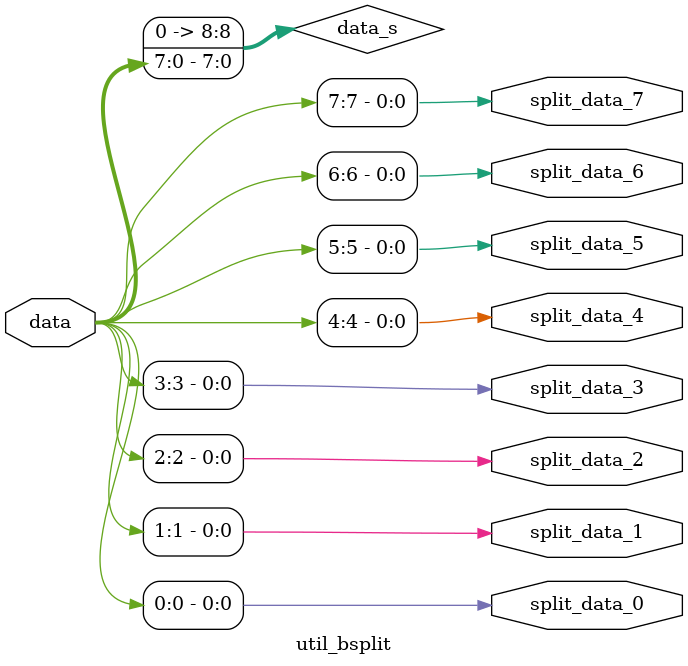
<source format=v>
module util_bsplit (
  data,
  split_data_0,
  split_data_1,
  split_data_2,
  split_data_3,
  split_data_4,
  split_data_5,
  split_data_6,
  split_data_7);
  parameter   CH_DW     = 1;
  parameter   CH_CNT    = 8;
  localparam  CH_MCNT   = 9;
  input   [((CH_CNT*CH_DW)-1):0]    data;
  output  [(CH_DW-1):0]             split_data_0;
  output  [(CH_DW-1):0]             split_data_1;
  output  [(CH_DW-1):0]             split_data_2;
  output  [(CH_DW-1):0]             split_data_3;
  output  [(CH_DW-1):0]             split_data_4;
  output  [(CH_DW-1):0]             split_data_5;
  output  [(CH_DW-1):0]             split_data_6;
  output  [(CH_DW-1):0]             split_data_7;
  wire    [((CH_MCNT*CH_DW)-1):0]   data_s;
  assign data_s[((CH_MCNT*CH_DW)-1):(CH_CNT*CH_DW)] = 'd0;
  assign data_s[((CH_CNT*CH_DW)-1):0] = data;
  assign split_data_0 = data_s[((CH_DW*1)-1):(CH_DW*0)];
  assign split_data_1 = data_s[((CH_DW*2)-1):(CH_DW*1)];
  assign split_data_2 = data_s[((CH_DW*3)-1):(CH_DW*2)];
  assign split_data_3 = data_s[((CH_DW*4)-1):(CH_DW*3)];
  assign split_data_4 = data_s[((CH_DW*5)-1):(CH_DW*4)];
  assign split_data_5 = data_s[((CH_DW*6)-1):(CH_DW*5)];
  assign split_data_6 = data_s[((CH_DW*7)-1):(CH_DW*6)];
  assign split_data_7 = data_s[((CH_DW*8)-1):(CH_DW*7)];
endmodule
</source>
